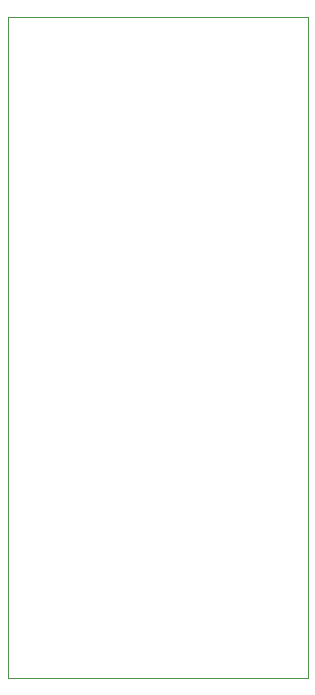
<source format=gbr>
G04*
G04 #@! TF.GenerationSoftware,Altium Limited,Altium Designer,24.9.1 (31)*
G04*
G04 Layer_Color=0*
%FSLAX25Y25*%
%MOIN*%
G70*
G04*
G04 #@! TF.SameCoordinates,0464F855-7F2B-49EB-A455-A8C15B23BB70*
G04*
G04*
G04 #@! TF.FilePolarity,Positive*
G04*
G01*
G75*
%ADD82C,0.00100*%
D82*
X97000Y97000D02*
X197000D01*
Y317500D01*
X97000D01*
Y97000D01*
M02*

</source>
